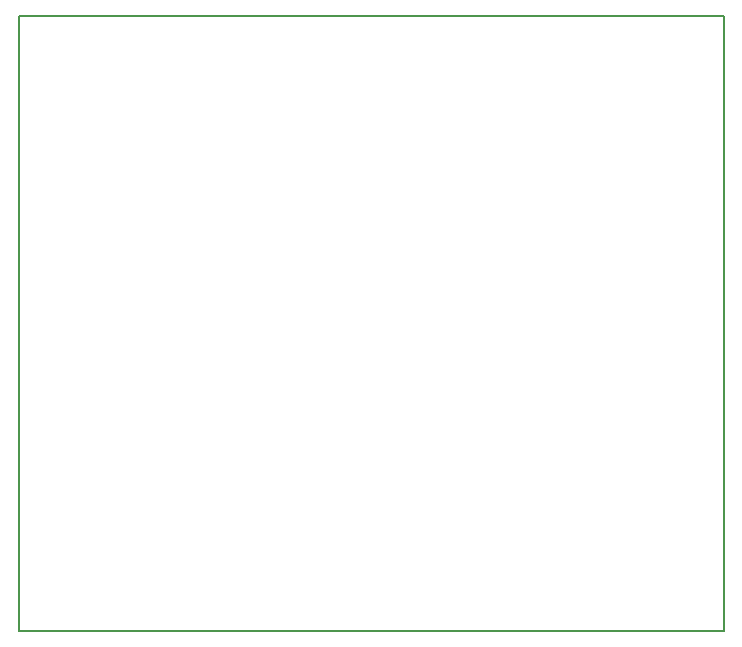
<source format=gm1>
G04 #@! TF.FileFunction,Profile,NP*
%FSLAX46Y46*%
G04 Gerber Fmt 4.6, Leading zero omitted, Abs format (unit mm)*
G04 Created by KiCad (PCBNEW 4.0.4+e1-6308~48~ubuntu16.04.1-stable) date Fri Nov  4 19:56:27 2016*
%MOMM*%
%LPD*%
G01*
G04 APERTURE LIST*
%ADD10C,0.100000*%
%ADD11C,0.150000*%
G04 APERTURE END LIST*
D10*
D11*
X104140000Y-83820000D02*
X44450000Y-83820000D01*
X104140000Y-135890000D02*
X104140000Y-83820000D01*
X102870000Y-135890000D02*
X104140000Y-135890000D01*
X44450000Y-135890000D02*
X102870000Y-135890000D01*
X44450000Y-83820000D02*
X44450000Y-135890000D01*
M02*

</source>
